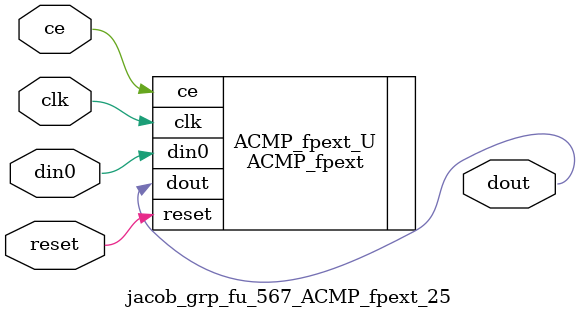
<source format=v>

`timescale 1 ns / 1 ps
module jacob_grp_fu_567_ACMP_fpext_25(
    clk,
    reset,
    ce,
    din0,
    dout);

parameter ID = 32'd1;
parameter NUM_STAGE = 32'd1;
parameter din0_WIDTH = 32'd1;
parameter dout_WIDTH = 32'd1;
input clk;
input reset;
input ce;
input[din0_WIDTH - 1:0] din0;
output[dout_WIDTH - 1:0] dout;



ACMP_fpext #(
.ID( ID ),
.NUM_STAGE( 2 ),
.din0_WIDTH( din0_WIDTH ),
.dout_WIDTH( dout_WIDTH ))
ACMP_fpext_U(
    .clk( clk ),
    .reset( reset ),
    .ce( ce ),
    .din0( din0 ),
    .dout( dout ));

endmodule

</source>
